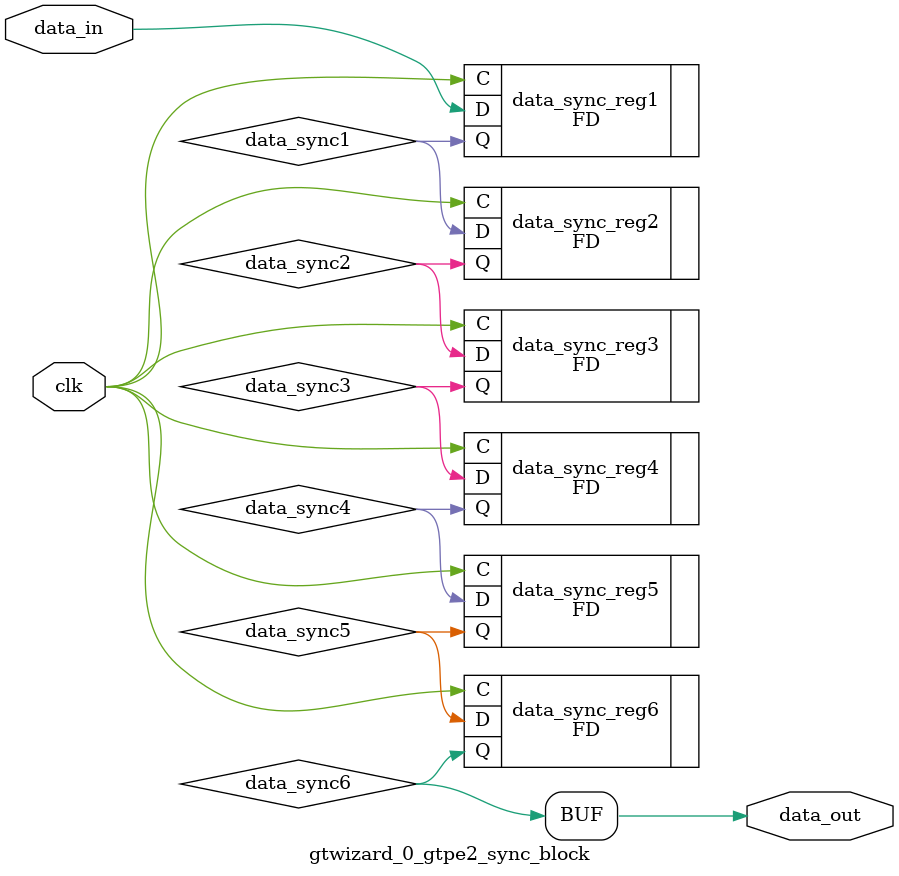
<source format=v>




`timescale 1ps / 1ps

//(* dont_touch = "yes" *)
module gtwizard_0_gtpe2_sync_block #(
  parameter INITIALISE = 6'b000000
)
(
  input        clk,              // clock to be sync'ed to
  input        data_in,          // Data to be 'synced'
  output       data_out          // synced data
);

  // Internal Signals
  wire data_sync1;
  wire data_sync2;
  wire data_sync3;
  wire data_sync4;
  wire data_sync5;
  wire data_sync6;


  (* shreg_extract = "no", ASYNC_REG = "TRUE" *)
  FD #(
    .INIT (INITIALISE[0])
  ) data_sync_reg1 (
    .C  (clk),
    .D  (data_in),
    .Q  (data_sync1)
  );


  (* shreg_extract = "no", ASYNC_REG = "TRUE" *)
  FD #(
   .INIT (INITIALISE[1])
  ) data_sync_reg2 (
  .C  (clk),
  .D  (data_sync1),
  .Q  (data_sync2)
  );


  (* shreg_extract = "no", ASYNC_REG = "TRUE" *)
  FD #(
   .INIT (INITIALISE[2])
  ) data_sync_reg3 (
  .C  (clk),
  .D  (data_sync2),
  .Q  (data_sync3)
  );

  (* shreg_extract = "no", ASYNC_REG = "TRUE" *)
  FD #(
   .INIT (INITIALISE[3])
  ) data_sync_reg4 (
  .C  (clk),
  .D  (data_sync3),
  .Q  (data_sync4)
  );

  (* shreg_extract = "no", ASYNC_REG = "TRUE" *)
  FD #(
   .INIT (INITIALISE[4])
  ) data_sync_reg5 (
  .C  (clk),
  .D  (data_sync4),
  .Q  (data_sync5)
  );

  (* shreg_extract = "no", ASYNC_REG = "TRUE" *)
  FD #(
   .INIT (INITIALISE[5])
  ) data_sync_reg6 (
  .C  (clk),
  .D  (data_sync5),
  .Q  (data_sync6)
  );
  assign data_out = data_sync6;



endmodule

</source>
